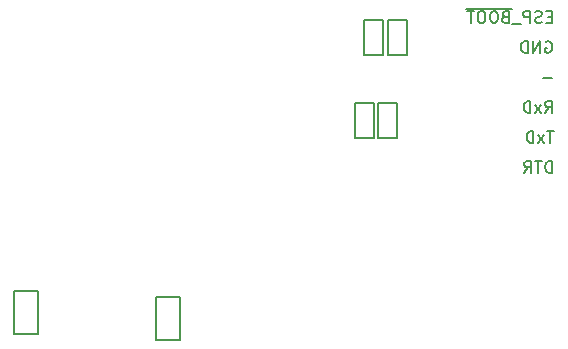
<source format=gbo>
G04 #@! TF.FileFunction,Legend,Bot*
%FSLAX46Y46*%
G04 Gerber Fmt 4.6, Leading zero omitted, Abs format (unit mm)*
G04 Created by KiCad (PCBNEW (2015-08-30 BZR 6134, Git 4e94d52)-product) date 2015-09-01 19:22:26*
%MOMM*%
G01*
G04 APERTURE LIST*
%ADD10C,0.100000*%
%ADD11C,0.160000*%
%ADD12C,0.152000*%
G04 APERTURE END LIST*
D10*
D11*
X116501905Y-84672381D02*
X116501905Y-83672381D01*
X116263810Y-83672381D01*
X116120952Y-83720000D01*
X116025714Y-83815238D01*
X115978095Y-83910476D01*
X115930476Y-84100952D01*
X115930476Y-84243810D01*
X115978095Y-84434286D01*
X116025714Y-84529524D01*
X116120952Y-84624762D01*
X116263810Y-84672381D01*
X116501905Y-84672381D01*
X115644762Y-83672381D02*
X115073333Y-83672381D01*
X115359048Y-84672381D02*
X115359048Y-83672381D01*
X114168571Y-84672381D02*
X114501905Y-84196190D01*
X114740000Y-84672381D02*
X114740000Y-83672381D01*
X114359047Y-83672381D01*
X114263809Y-83720000D01*
X114216190Y-83767619D01*
X114168571Y-83862857D01*
X114168571Y-84005714D01*
X114216190Y-84100952D01*
X114263809Y-84148571D01*
X114359047Y-84196190D01*
X114740000Y-84196190D01*
X116644762Y-81132381D02*
X116073333Y-81132381D01*
X116359048Y-82132381D02*
X116359048Y-81132381D01*
X115835238Y-82132381D02*
X115311428Y-81465714D01*
X115835238Y-81465714D02*
X115311428Y-82132381D01*
X114930476Y-82132381D02*
X114930476Y-81132381D01*
X114692381Y-81132381D01*
X114549523Y-81180000D01*
X114454285Y-81275238D01*
X114406666Y-81370476D01*
X114359047Y-81560952D01*
X114359047Y-81703810D01*
X114406666Y-81894286D01*
X114454285Y-81989524D01*
X114549523Y-82084762D01*
X114692381Y-82132381D01*
X114930476Y-82132381D01*
X115930476Y-79592381D02*
X116263810Y-79116190D01*
X116501905Y-79592381D02*
X116501905Y-78592381D01*
X116120952Y-78592381D01*
X116025714Y-78640000D01*
X115978095Y-78687619D01*
X115930476Y-78782857D01*
X115930476Y-78925714D01*
X115978095Y-79020952D01*
X116025714Y-79068571D01*
X116120952Y-79116190D01*
X116501905Y-79116190D01*
X115597143Y-79592381D02*
X115073333Y-78925714D01*
X115597143Y-78925714D02*
X115073333Y-79592381D01*
X114692381Y-79592381D02*
X114692381Y-78592381D01*
X114454286Y-78592381D01*
X114311428Y-78640000D01*
X114216190Y-78735238D01*
X114168571Y-78830476D01*
X114120952Y-79020952D01*
X114120952Y-79163810D01*
X114168571Y-79354286D01*
X114216190Y-79449524D01*
X114311428Y-79544762D01*
X114454286Y-79592381D01*
X114692381Y-79592381D01*
X116501905Y-76671429D02*
X115740000Y-76671429D01*
X115978095Y-73560000D02*
X116073333Y-73512381D01*
X116216190Y-73512381D01*
X116359048Y-73560000D01*
X116454286Y-73655238D01*
X116501905Y-73750476D01*
X116549524Y-73940952D01*
X116549524Y-74083810D01*
X116501905Y-74274286D01*
X116454286Y-74369524D01*
X116359048Y-74464762D01*
X116216190Y-74512381D01*
X116120952Y-74512381D01*
X115978095Y-74464762D01*
X115930476Y-74417143D01*
X115930476Y-74083810D01*
X116120952Y-74083810D01*
X115501905Y-74512381D02*
X115501905Y-73512381D01*
X114930476Y-74512381D01*
X114930476Y-73512381D01*
X114454286Y-74512381D02*
X114454286Y-73512381D01*
X114216191Y-73512381D01*
X114073333Y-73560000D01*
X113978095Y-73655238D01*
X113930476Y-73750476D01*
X113882857Y-73940952D01*
X113882857Y-74083810D01*
X113930476Y-74274286D01*
X113978095Y-74369524D01*
X114073333Y-74464762D01*
X114216191Y-74512381D01*
X114454286Y-74512381D01*
X116501905Y-71448571D02*
X116168571Y-71448571D01*
X116025714Y-71972381D02*
X116501905Y-71972381D01*
X116501905Y-70972381D01*
X116025714Y-70972381D01*
X115644762Y-71924762D02*
X115501905Y-71972381D01*
X115263809Y-71972381D01*
X115168571Y-71924762D01*
X115120952Y-71877143D01*
X115073333Y-71781905D01*
X115073333Y-71686667D01*
X115120952Y-71591429D01*
X115168571Y-71543810D01*
X115263809Y-71496190D01*
X115454286Y-71448571D01*
X115549524Y-71400952D01*
X115597143Y-71353333D01*
X115644762Y-71258095D01*
X115644762Y-71162857D01*
X115597143Y-71067619D01*
X115549524Y-71020000D01*
X115454286Y-70972381D01*
X115216190Y-70972381D01*
X115073333Y-71020000D01*
X114644762Y-71972381D02*
X114644762Y-70972381D01*
X114263809Y-70972381D01*
X114168571Y-71020000D01*
X114120952Y-71067619D01*
X114073333Y-71162857D01*
X114073333Y-71305714D01*
X114120952Y-71400952D01*
X114168571Y-71448571D01*
X114263809Y-71496190D01*
X114644762Y-71496190D01*
X113882857Y-72067619D02*
X113120952Y-72067619D01*
X112549523Y-71448571D02*
X112406666Y-71496190D01*
X112359047Y-71543810D01*
X112311428Y-71639048D01*
X112311428Y-71781905D01*
X112359047Y-71877143D01*
X112406666Y-71924762D01*
X112501904Y-71972381D01*
X112882857Y-71972381D01*
X112882857Y-70972381D01*
X112549523Y-70972381D01*
X112454285Y-71020000D01*
X112406666Y-71067619D01*
X112359047Y-71162857D01*
X112359047Y-71258095D01*
X112406666Y-71353333D01*
X112454285Y-71400952D01*
X112549523Y-71448571D01*
X112882857Y-71448571D01*
X111692381Y-70972381D02*
X111501904Y-70972381D01*
X111406666Y-71020000D01*
X111311428Y-71115238D01*
X111263809Y-71305714D01*
X111263809Y-71639048D01*
X111311428Y-71829524D01*
X111406666Y-71924762D01*
X111501904Y-71972381D01*
X111692381Y-71972381D01*
X111787619Y-71924762D01*
X111882857Y-71829524D01*
X111930476Y-71639048D01*
X111930476Y-71305714D01*
X111882857Y-71115238D01*
X111787619Y-71020000D01*
X111692381Y-70972381D01*
X110644762Y-70972381D02*
X110454285Y-70972381D01*
X110359047Y-71020000D01*
X110263809Y-71115238D01*
X110216190Y-71305714D01*
X110216190Y-71639048D01*
X110263809Y-71829524D01*
X110359047Y-71924762D01*
X110454285Y-71972381D01*
X110644762Y-71972381D01*
X110740000Y-71924762D01*
X110835238Y-71829524D01*
X110882857Y-71639048D01*
X110882857Y-71305714D01*
X110835238Y-71115238D01*
X110740000Y-71020000D01*
X110644762Y-70972381D01*
X109930476Y-70972381D02*
X109359047Y-70972381D01*
X109644762Y-71972381D02*
X109644762Y-70972381D01*
X113120952Y-70800000D02*
X109263809Y-70800000D01*
D12*
X104204318Y-71729884D02*
X102604318Y-71729884D01*
X102604318Y-71729884D02*
X102604318Y-74729884D01*
X102604318Y-74729884D02*
X104204318Y-74729884D01*
X104204318Y-74729884D02*
X104204318Y-71729884D01*
X99804318Y-81729884D02*
X101404318Y-81729884D01*
X101404318Y-81729884D02*
X101404318Y-78729884D01*
X101404318Y-78729884D02*
X99804318Y-78729884D01*
X99804318Y-78729884D02*
X99804318Y-81729884D01*
X102204318Y-71729884D02*
X100604318Y-71729884D01*
X100604318Y-71729884D02*
X100604318Y-74729884D01*
X100604318Y-74729884D02*
X102204318Y-74729884D01*
X102204318Y-74729884D02*
X102204318Y-71729884D01*
X101804318Y-81729884D02*
X103404318Y-81729884D01*
X103404318Y-81729884D02*
X103404318Y-78729884D01*
X103404318Y-78729884D02*
X101804318Y-78729884D01*
X101804318Y-78729884D02*
X101804318Y-81729884D01*
X73000000Y-94700000D02*
X71000000Y-94700000D01*
X71000000Y-94700000D02*
X71000000Y-98300000D01*
X71000000Y-98300000D02*
X73000000Y-98300000D01*
X73000000Y-98300000D02*
X73000000Y-94700000D01*
X85000000Y-95200000D02*
X83000000Y-95200000D01*
X83000000Y-95200000D02*
X83000000Y-98800000D01*
X83000000Y-98800000D02*
X85000000Y-98800000D01*
X85000000Y-98800000D02*
X85000000Y-95200000D01*
M02*

</source>
